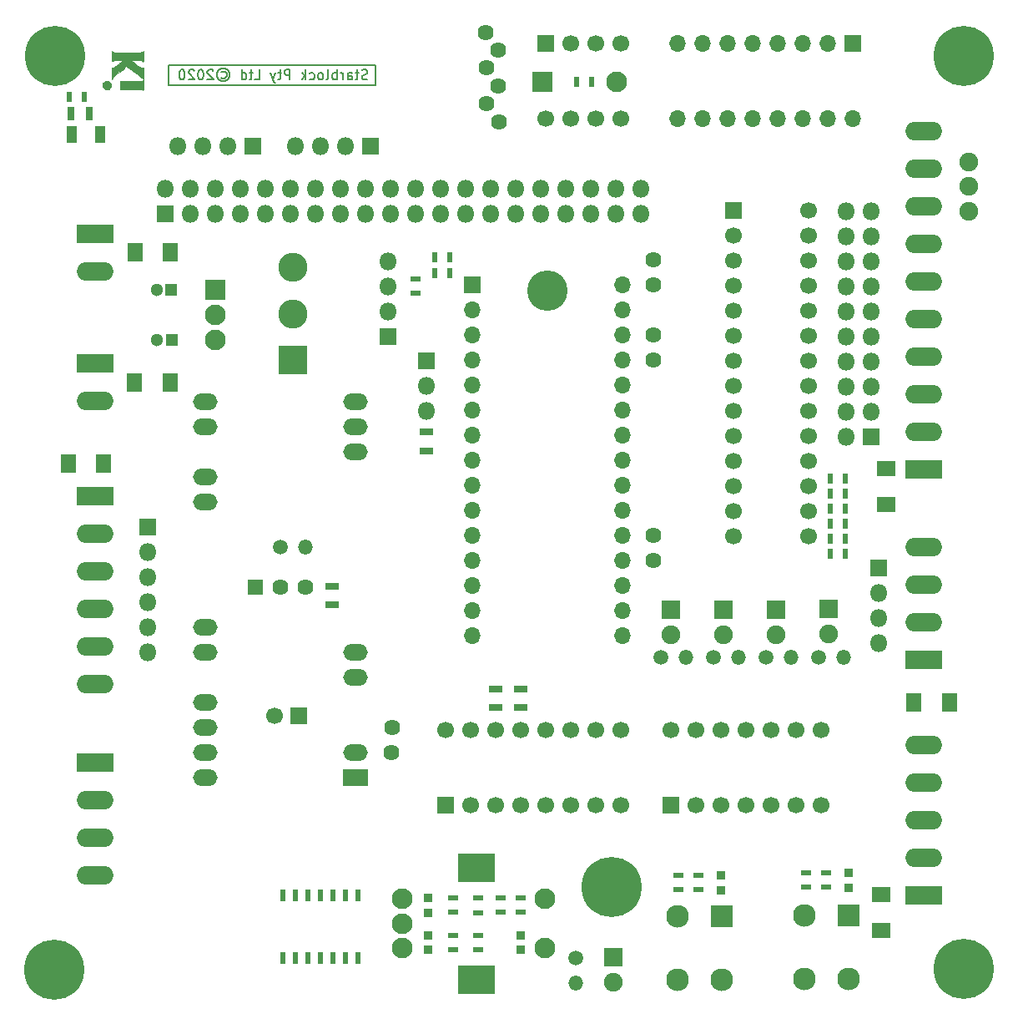
<source format=gbr>
%TF.GenerationSoftware,KiCad,Pcbnew,(5.1.6)-1*%
%TF.CreationDate,2020-11-08T21:19:26+11:00*%
%TF.ProjectId,mc13clk,6d633133-636c-46b2-9e6b-696361645f70,rev?*%
%TF.SameCoordinates,Original*%
%TF.FileFunction,Soldermask,Bot*%
%TF.FilePolarity,Negative*%
%FSLAX46Y46*%
G04 Gerber Fmt 4.6, Leading zero omitted, Abs format (unit mm)*
G04 Created by KiCad (PCBNEW (5.1.6)-1) date 2020-11-08 21:19:26*
%MOMM*%
%LPD*%
G01*
G04 APERTURE LIST*
%ADD10C,0.150000*%
%ADD11C,0.010000*%
%ADD12R,1.900000X1.600000*%
%ADD13R,1.800000X1.800000*%
%ADD14O,1.800000X1.800000*%
%ADD15C,1.624000*%
%ADD16R,1.400000X0.800000*%
%ADD17C,1.900000*%
%ADD18R,1.000000X1.800000*%
%ADD19R,0.600000X1.000000*%
%ADD20R,0.800000X1.400000*%
%ADD21R,1.000000X0.600000*%
%ADD22R,1.600000X1.900000*%
%ADD23C,1.700000*%
%ADD24R,1.700000X1.700000*%
%ADD25C,0.900000*%
%ADD26C,6.100000*%
%ADD27C,1.300000*%
%ADD28R,1.300000X1.300000*%
%ADD29C,2.950000*%
%ADD30R,2.950000X2.950000*%
%ADD31R,2.500000X1.700000*%
%ADD32O,2.500000X1.700000*%
%ADD33R,0.850000X0.900000*%
%ADD34R,0.608000X1.243000*%
%ADD35O,1.500000X1.500000*%
%ADD36C,1.500000*%
%ADD37C,4.100000*%
%ADD38O,1.700000X1.700000*%
%ADD39R,1.900000X1.900000*%
%ADD40R,3.700000X1.900000*%
%ADD41O,3.700000X1.900000*%
%ADD42C,1.620000*%
%ADD43R,1.620000X1.620000*%
%ADD44R,2.100000X2.100000*%
%ADD45C,2.100000*%
%ADD46C,2.300000*%
%ADD47R,2.300000X2.300000*%
%ADD48R,3.700000X2.900000*%
G04 APERTURE END LIST*
D10*
X135591619Y-45810761D02*
X135448761Y-45858380D01*
X135210666Y-45858380D01*
X135115428Y-45810761D01*
X135067809Y-45763142D01*
X135020190Y-45667904D01*
X135020190Y-45572666D01*
X135067809Y-45477428D01*
X135115428Y-45429809D01*
X135210666Y-45382190D01*
X135401142Y-45334571D01*
X135496380Y-45286952D01*
X135544000Y-45239333D01*
X135591619Y-45144095D01*
X135591619Y-45048857D01*
X135544000Y-44953619D01*
X135496380Y-44906000D01*
X135401142Y-44858380D01*
X135163047Y-44858380D01*
X135020190Y-44906000D01*
X134734476Y-45191714D02*
X134353523Y-45191714D01*
X134591619Y-44858380D02*
X134591619Y-45715523D01*
X134544000Y-45810761D01*
X134448761Y-45858380D01*
X134353523Y-45858380D01*
X133591619Y-45858380D02*
X133591619Y-45334571D01*
X133639238Y-45239333D01*
X133734476Y-45191714D01*
X133924952Y-45191714D01*
X134020190Y-45239333D01*
X133591619Y-45810761D02*
X133686857Y-45858380D01*
X133924952Y-45858380D01*
X134020190Y-45810761D01*
X134067809Y-45715523D01*
X134067809Y-45620285D01*
X134020190Y-45525047D01*
X133924952Y-45477428D01*
X133686857Y-45477428D01*
X133591619Y-45429809D01*
X133115428Y-45858380D02*
X133115428Y-45191714D01*
X133115428Y-45382190D02*
X133067809Y-45286952D01*
X133020190Y-45239333D01*
X132924952Y-45191714D01*
X132829714Y-45191714D01*
X132496380Y-45858380D02*
X132496380Y-44858380D01*
X132496380Y-45239333D02*
X132401142Y-45191714D01*
X132210666Y-45191714D01*
X132115428Y-45239333D01*
X132067809Y-45286952D01*
X132020190Y-45382190D01*
X132020190Y-45667904D01*
X132067809Y-45763142D01*
X132115428Y-45810761D01*
X132210666Y-45858380D01*
X132401142Y-45858380D01*
X132496380Y-45810761D01*
X131448761Y-45858380D02*
X131544000Y-45810761D01*
X131591619Y-45715523D01*
X131591619Y-44858380D01*
X130924952Y-45858380D02*
X131020190Y-45810761D01*
X131067809Y-45763142D01*
X131115428Y-45667904D01*
X131115428Y-45382190D01*
X131067809Y-45286952D01*
X131020190Y-45239333D01*
X130924952Y-45191714D01*
X130782095Y-45191714D01*
X130686857Y-45239333D01*
X130639238Y-45286952D01*
X130591619Y-45382190D01*
X130591619Y-45667904D01*
X130639238Y-45763142D01*
X130686857Y-45810761D01*
X130782095Y-45858380D01*
X130924952Y-45858380D01*
X129734476Y-45810761D02*
X129829714Y-45858380D01*
X130020190Y-45858380D01*
X130115428Y-45810761D01*
X130163047Y-45763142D01*
X130210666Y-45667904D01*
X130210666Y-45382190D01*
X130163047Y-45286952D01*
X130115428Y-45239333D01*
X130020190Y-45191714D01*
X129829714Y-45191714D01*
X129734476Y-45239333D01*
X129305904Y-45858380D02*
X129305904Y-44858380D01*
X129210666Y-45477428D02*
X128924952Y-45858380D01*
X128924952Y-45191714D02*
X129305904Y-45572666D01*
X127734476Y-45858380D02*
X127734476Y-44858380D01*
X127353523Y-44858380D01*
X127258285Y-44906000D01*
X127210666Y-44953619D01*
X127163047Y-45048857D01*
X127163047Y-45191714D01*
X127210666Y-45286952D01*
X127258285Y-45334571D01*
X127353523Y-45382190D01*
X127734476Y-45382190D01*
X126877333Y-45191714D02*
X126496380Y-45191714D01*
X126734476Y-44858380D02*
X126734476Y-45715523D01*
X126686857Y-45810761D01*
X126591619Y-45858380D01*
X126496380Y-45858380D01*
X126258285Y-45191714D02*
X126020190Y-45858380D01*
X125782095Y-45191714D02*
X126020190Y-45858380D01*
X126115428Y-46096476D01*
X126163047Y-46144095D01*
X126258285Y-46191714D01*
X124163047Y-45858380D02*
X124639238Y-45858380D01*
X124639238Y-44858380D01*
X123972571Y-45191714D02*
X123591619Y-45191714D01*
X123829714Y-44858380D02*
X123829714Y-45715523D01*
X123782095Y-45810761D01*
X123686857Y-45858380D01*
X123591619Y-45858380D01*
X122829714Y-45858380D02*
X122829714Y-44858380D01*
X122829714Y-45810761D02*
X122924952Y-45858380D01*
X123115428Y-45858380D01*
X123210666Y-45810761D01*
X123258285Y-45763142D01*
X123305904Y-45667904D01*
X123305904Y-45382190D01*
X123258285Y-45286952D01*
X123210666Y-45239333D01*
X123115428Y-45191714D01*
X122924952Y-45191714D01*
X122829714Y-45239333D01*
X120782095Y-45096476D02*
X120877333Y-45048857D01*
X121067809Y-45048857D01*
X121163047Y-45096476D01*
X121258285Y-45191714D01*
X121305904Y-45286952D01*
X121305904Y-45477428D01*
X121258285Y-45572666D01*
X121163047Y-45667904D01*
X121067809Y-45715523D01*
X120877333Y-45715523D01*
X120782095Y-45667904D01*
X120972571Y-44715523D02*
X121210666Y-44763142D01*
X121448761Y-44906000D01*
X121591619Y-45144095D01*
X121639238Y-45382190D01*
X121591619Y-45620285D01*
X121448761Y-45858380D01*
X121210666Y-46001238D01*
X120972571Y-46048857D01*
X120734476Y-46001238D01*
X120496380Y-45858380D01*
X120353523Y-45620285D01*
X120305904Y-45382190D01*
X120353523Y-45144095D01*
X120496380Y-44906000D01*
X120734476Y-44763142D01*
X120972571Y-44715523D01*
X119924952Y-44953619D02*
X119877333Y-44906000D01*
X119782095Y-44858380D01*
X119544000Y-44858380D01*
X119448761Y-44906000D01*
X119401142Y-44953619D01*
X119353523Y-45048857D01*
X119353523Y-45144095D01*
X119401142Y-45286952D01*
X119972571Y-45858380D01*
X119353523Y-45858380D01*
X118734476Y-44858380D02*
X118639238Y-44858380D01*
X118544000Y-44906000D01*
X118496380Y-44953619D01*
X118448761Y-45048857D01*
X118401142Y-45239333D01*
X118401142Y-45477428D01*
X118448761Y-45667904D01*
X118496380Y-45763142D01*
X118544000Y-45810761D01*
X118639238Y-45858380D01*
X118734476Y-45858380D01*
X118829714Y-45810761D01*
X118877333Y-45763142D01*
X118924952Y-45667904D01*
X118972571Y-45477428D01*
X118972571Y-45239333D01*
X118924952Y-45048857D01*
X118877333Y-44953619D01*
X118829714Y-44906000D01*
X118734476Y-44858380D01*
X118020190Y-44953619D02*
X117972571Y-44906000D01*
X117877333Y-44858380D01*
X117639238Y-44858380D01*
X117544000Y-44906000D01*
X117496380Y-44953619D01*
X117448761Y-45048857D01*
X117448761Y-45144095D01*
X117496380Y-45286952D01*
X118067809Y-45858380D01*
X117448761Y-45858380D01*
X116829714Y-44858380D02*
X116734476Y-44858380D01*
X116639238Y-44906000D01*
X116591619Y-44953619D01*
X116544000Y-45048857D01*
X116496380Y-45239333D01*
X116496380Y-45477428D01*
X116544000Y-45667904D01*
X116591619Y-45763142D01*
X116639238Y-45810761D01*
X116734476Y-45858380D01*
X116829714Y-45858380D01*
X116924952Y-45810761D01*
X116972571Y-45763142D01*
X117020190Y-45667904D01*
X117067809Y-45477428D01*
X117067809Y-45239333D01*
X117020190Y-45048857D01*
X116972571Y-44953619D01*
X116924952Y-44906000D01*
X116829714Y-44858380D01*
X115394000Y-44436000D02*
X136424000Y-44436000D01*
X136394000Y-46436000D02*
X115394000Y-46436000D01*
X136424000Y-44436000D02*
X136424000Y-46416000D01*
X115394000Y-46436000D02*
X115394000Y-44436000D01*
D11*
%TO.C,REF\u002A\u002A*%
G36*
X109626400Y-45254747D02*
G01*
X109626400Y-45800059D01*
X109827787Y-45601279D01*
X110190691Y-45271571D01*
X110464815Y-45057151D01*
X110568400Y-44978703D01*
X110688529Y-44884144D01*
X110812202Y-44784050D01*
X110926419Y-44688998D01*
X111018181Y-44609566D01*
X111045760Y-44584468D01*
X111133212Y-44503036D01*
X111224356Y-44572994D01*
X111413604Y-44708436D01*
X111553050Y-44795978D01*
X111635286Y-44850848D01*
X111714612Y-44912124D01*
X111720607Y-44917273D01*
X111803581Y-44986222D01*
X111906137Y-45066747D01*
X112016288Y-45149942D01*
X112122047Y-45226902D01*
X112211425Y-45288719D01*
X112268547Y-45324376D01*
X112321596Y-45359457D01*
X112400062Y-45417986D01*
X112491252Y-45489820D01*
X112582472Y-45564815D01*
X112661032Y-45632828D01*
X112700020Y-45669200D01*
X112726081Y-45693089D01*
X112773406Y-45735363D01*
X112782570Y-45743477D01*
X112852200Y-45805055D01*
X112852200Y-44678600D01*
X112773923Y-44678600D01*
X112697395Y-44661837D01*
X112592149Y-44614607D01*
X112466239Y-44541493D01*
X112327716Y-44447081D01*
X112213533Y-44359542D01*
X112121313Y-44288268D01*
X112030269Y-44222947D01*
X111957535Y-44175777D01*
X111946833Y-44169671D01*
X111880434Y-44129629D01*
X111832284Y-44094342D01*
X111823500Y-44085699D01*
X111784816Y-44051138D01*
X111728250Y-44010915D01*
X111680093Y-43973226D01*
X111658487Y-43942715D01*
X111658400Y-43941414D01*
X111683091Y-43932538D01*
X111754381Y-43925418D01*
X111868092Y-43920264D01*
X112020044Y-43917283D01*
X112154961Y-43916600D01*
X112334263Y-43917284D01*
X112470270Y-43919695D01*
X112570475Y-43924375D01*
X112642369Y-43931863D01*
X112693443Y-43942698D01*
X112731188Y-43957421D01*
X112732811Y-43958244D01*
X112792491Y-43993717D01*
X112830618Y-44025223D01*
X112832761Y-44028094D01*
X112838323Y-44012597D01*
X112843262Y-43953247D01*
X112847312Y-43856986D01*
X112850207Y-43730759D01*
X112851682Y-43581511D01*
X112851811Y-43529794D01*
X112852200Y-43003289D01*
X112782350Y-43032968D01*
X112723758Y-43061141D01*
X112688370Y-43083224D01*
X112659142Y-43087057D01*
X112583781Y-43090657D01*
X112466951Y-43093959D01*
X112313317Y-43096896D01*
X112127546Y-43099399D01*
X111914302Y-43101404D01*
X111678251Y-43102842D01*
X111424059Y-43103647D01*
X111252290Y-43103799D01*
X110948311Y-43103741D01*
X110690912Y-43103470D01*
X110475874Y-43102846D01*
X110298978Y-43101726D01*
X110156004Y-43099969D01*
X110042733Y-43097433D01*
X109954945Y-43093976D01*
X109888421Y-43089457D01*
X109838941Y-43083733D01*
X109802286Y-43076662D01*
X109774237Y-43068104D01*
X109750574Y-43057916D01*
X109740699Y-43052999D01*
X109678869Y-43022244D01*
X109639660Y-43004190D01*
X109633729Y-43002199D01*
X109631507Y-43026335D01*
X109629556Y-43093688D01*
X109627984Y-43196672D01*
X109626901Y-43327706D01*
X109626415Y-43479205D01*
X109626400Y-43512917D01*
X109626664Y-43686060D01*
X109627831Y-43814629D01*
X109630464Y-43904846D01*
X109635123Y-43962937D01*
X109642372Y-43995124D01*
X109652772Y-44007632D01*
X109666885Y-44006686D01*
X109670850Y-44005164D01*
X109759673Y-43971805D01*
X109848181Y-43947739D01*
X109947141Y-43931580D01*
X110067321Y-43921942D01*
X110219488Y-43917440D01*
X110359088Y-43916600D01*
X110778904Y-43916599D01*
X110705900Y-43992799D01*
X110655557Y-44040413D01*
X110618278Y-44066994D01*
X110611483Y-44069000D01*
X110585550Y-44084137D01*
X110532128Y-44123628D01*
X110462145Y-44178588D01*
X110386529Y-44240132D01*
X110316209Y-44299377D01*
X110262114Y-44347439D01*
X110236000Y-44374239D01*
X110208734Y-44396561D01*
X110152630Y-44434936D01*
X110109000Y-44462802D01*
X110021298Y-44521005D01*
X109934698Y-44583951D01*
X109906362Y-44606299D01*
X109839736Y-44651013D01*
X109778643Y-44676408D01*
X109762390Y-44678600D01*
X109718677Y-44679122D01*
X109685502Y-44684791D01*
X109661412Y-44701762D01*
X109644955Y-44736189D01*
X109634677Y-44794226D01*
X109629127Y-44882028D01*
X109626851Y-45005750D01*
X109626396Y-45171545D01*
X109626400Y-45254747D01*
G37*
X109626400Y-45254747D02*
X109626400Y-45800059D01*
X109827787Y-45601279D01*
X110190691Y-45271571D01*
X110464815Y-45057151D01*
X110568400Y-44978703D01*
X110688529Y-44884144D01*
X110812202Y-44784050D01*
X110926419Y-44688998D01*
X111018181Y-44609566D01*
X111045760Y-44584468D01*
X111133212Y-44503036D01*
X111224356Y-44572994D01*
X111413604Y-44708436D01*
X111553050Y-44795978D01*
X111635286Y-44850848D01*
X111714612Y-44912124D01*
X111720607Y-44917273D01*
X111803581Y-44986222D01*
X111906137Y-45066747D01*
X112016288Y-45149942D01*
X112122047Y-45226902D01*
X112211425Y-45288719D01*
X112268547Y-45324376D01*
X112321596Y-45359457D01*
X112400062Y-45417986D01*
X112491252Y-45489820D01*
X112582472Y-45564815D01*
X112661032Y-45632828D01*
X112700020Y-45669200D01*
X112726081Y-45693089D01*
X112773406Y-45735363D01*
X112782570Y-45743477D01*
X112852200Y-45805055D01*
X112852200Y-44678600D01*
X112773923Y-44678600D01*
X112697395Y-44661837D01*
X112592149Y-44614607D01*
X112466239Y-44541493D01*
X112327716Y-44447081D01*
X112213533Y-44359542D01*
X112121313Y-44288268D01*
X112030269Y-44222947D01*
X111957535Y-44175777D01*
X111946833Y-44169671D01*
X111880434Y-44129629D01*
X111832284Y-44094342D01*
X111823500Y-44085699D01*
X111784816Y-44051138D01*
X111728250Y-44010915D01*
X111680093Y-43973226D01*
X111658487Y-43942715D01*
X111658400Y-43941414D01*
X111683091Y-43932538D01*
X111754381Y-43925418D01*
X111868092Y-43920264D01*
X112020044Y-43917283D01*
X112154961Y-43916600D01*
X112334263Y-43917284D01*
X112470270Y-43919695D01*
X112570475Y-43924375D01*
X112642369Y-43931863D01*
X112693443Y-43942698D01*
X112731188Y-43957421D01*
X112732811Y-43958244D01*
X112792491Y-43993717D01*
X112830618Y-44025223D01*
X112832761Y-44028094D01*
X112838323Y-44012597D01*
X112843262Y-43953247D01*
X112847312Y-43856986D01*
X112850207Y-43730759D01*
X112851682Y-43581511D01*
X112851811Y-43529794D01*
X112852200Y-43003289D01*
X112782350Y-43032968D01*
X112723758Y-43061141D01*
X112688370Y-43083224D01*
X112659142Y-43087057D01*
X112583781Y-43090657D01*
X112466951Y-43093959D01*
X112313317Y-43096896D01*
X112127546Y-43099399D01*
X111914302Y-43101404D01*
X111678251Y-43102842D01*
X111424059Y-43103647D01*
X111252290Y-43103799D01*
X110948311Y-43103741D01*
X110690912Y-43103470D01*
X110475874Y-43102846D01*
X110298978Y-43101726D01*
X110156004Y-43099969D01*
X110042733Y-43097433D01*
X109954945Y-43093976D01*
X109888421Y-43089457D01*
X109838941Y-43083733D01*
X109802286Y-43076662D01*
X109774237Y-43068104D01*
X109750574Y-43057916D01*
X109740699Y-43052999D01*
X109678869Y-43022244D01*
X109639660Y-43004190D01*
X109633729Y-43002199D01*
X109631507Y-43026335D01*
X109629556Y-43093688D01*
X109627984Y-43196672D01*
X109626901Y-43327706D01*
X109626415Y-43479205D01*
X109626400Y-43512917D01*
X109626664Y-43686060D01*
X109627831Y-43814629D01*
X109630464Y-43904846D01*
X109635123Y-43962937D01*
X109642372Y-43995124D01*
X109652772Y-44007632D01*
X109666885Y-44006686D01*
X109670850Y-44005164D01*
X109759673Y-43971805D01*
X109848181Y-43947739D01*
X109947141Y-43931580D01*
X110067321Y-43921942D01*
X110219488Y-43917440D01*
X110359088Y-43916600D01*
X110778904Y-43916599D01*
X110705900Y-43992799D01*
X110655557Y-44040413D01*
X110618278Y-44066994D01*
X110611483Y-44069000D01*
X110585550Y-44084137D01*
X110532128Y-44123628D01*
X110462145Y-44178588D01*
X110386529Y-44240132D01*
X110316209Y-44299377D01*
X110262114Y-44347439D01*
X110236000Y-44374239D01*
X110208734Y-44396561D01*
X110152630Y-44434936D01*
X110109000Y-44462802D01*
X110021298Y-44521005D01*
X109934698Y-44583951D01*
X109906362Y-44606299D01*
X109839736Y-44651013D01*
X109778643Y-44676408D01*
X109762390Y-44678600D01*
X109718677Y-44679122D01*
X109685502Y-44684791D01*
X109661412Y-44701762D01*
X109644955Y-44736189D01*
X109634677Y-44794226D01*
X109629127Y-44882028D01*
X109626851Y-45005750D01*
X109626396Y-45171545D01*
X109626400Y-45254747D01*
G36*
X111590045Y-46837600D02*
G01*
X111861528Y-46837821D01*
X112086618Y-46838583D01*
X112269721Y-46840026D01*
X112415240Y-46842294D01*
X112527583Y-46845531D01*
X112611155Y-46849878D01*
X112670359Y-46855480D01*
X112709603Y-46862478D01*
X112733292Y-46871016D01*
X112739395Y-46874892D01*
X112776943Y-46901178D01*
X112805085Y-46911891D01*
X112825174Y-46901710D01*
X112838563Y-46865312D01*
X112846605Y-46797376D01*
X112850653Y-46692578D01*
X112852060Y-46545598D01*
X112852200Y-46431200D01*
X112851515Y-46280918D01*
X112849608Y-46149727D01*
X112846702Y-46045427D01*
X112843017Y-45975819D01*
X112838776Y-45948705D01*
X112838488Y-45948600D01*
X112809454Y-45959155D01*
X112752509Y-45985726D01*
X112725200Y-45999400D01*
X112697760Y-46012266D01*
X112667394Y-46022759D01*
X112628920Y-46031120D01*
X112577155Y-46037591D01*
X112506918Y-46042411D01*
X112413027Y-46045822D01*
X112290301Y-46048065D01*
X112133559Y-46049381D01*
X111937617Y-46050010D01*
X111697296Y-46050195D01*
X111632750Y-46050200D01*
X111375269Y-46049947D01*
X111163749Y-46049071D01*
X110993351Y-46047396D01*
X110859238Y-46044748D01*
X110756571Y-46040950D01*
X110680513Y-46035827D01*
X110626226Y-46029203D01*
X110588872Y-46020903D01*
X110564938Y-46011447D01*
X110490000Y-45972695D01*
X110490000Y-46837600D01*
X111590045Y-46837600D01*
G37*
X111590045Y-46837600D02*
X111861528Y-46837821D01*
X112086618Y-46838583D01*
X112269721Y-46840026D01*
X112415240Y-46842294D01*
X112527583Y-46845531D01*
X112611155Y-46849878D01*
X112670359Y-46855480D01*
X112709603Y-46862478D01*
X112733292Y-46871016D01*
X112739395Y-46874892D01*
X112776943Y-46901178D01*
X112805085Y-46911891D01*
X112825174Y-46901710D01*
X112838563Y-46865312D01*
X112846605Y-46797376D01*
X112850653Y-46692578D01*
X112852060Y-46545598D01*
X112852200Y-46431200D01*
X112851515Y-46280918D01*
X112849608Y-46149727D01*
X112846702Y-46045427D01*
X112843017Y-45975819D01*
X112838776Y-45948705D01*
X112838488Y-45948600D01*
X112809454Y-45959155D01*
X112752509Y-45985726D01*
X112725200Y-45999400D01*
X112697760Y-46012266D01*
X112667394Y-46022759D01*
X112628920Y-46031120D01*
X112577155Y-46037591D01*
X112506918Y-46042411D01*
X112413027Y-46045822D01*
X112290301Y-46048065D01*
X112133559Y-46049381D01*
X111937617Y-46050010D01*
X111697296Y-46050195D01*
X111632750Y-46050200D01*
X111375269Y-46049947D01*
X111163749Y-46049071D01*
X110993351Y-46047396D01*
X110859238Y-46044748D01*
X110756571Y-46040950D01*
X110680513Y-46035827D01*
X110626226Y-46029203D01*
X110588872Y-46020903D01*
X110564938Y-46011447D01*
X110490000Y-45972695D01*
X110490000Y-46837600D01*
X111590045Y-46837600D01*
G36*
X108723960Y-46596941D02*
G01*
X108790395Y-46714545D01*
X108893045Y-46808023D01*
X108979124Y-46851812D01*
X109117614Y-46882422D01*
X109255591Y-46873321D01*
X109377084Y-46825973D01*
X109395850Y-46813588D01*
X109483408Y-46723149D01*
X109543553Y-46604271D01*
X109573418Y-46471333D01*
X109570134Y-46338713D01*
X109530832Y-46220790D01*
X109518244Y-46200006D01*
X109439394Y-46117737D01*
X109330770Y-46049914D01*
X109213295Y-46007747D01*
X109143799Y-45999400D01*
X109034575Y-46018674D01*
X108920110Y-46069190D01*
X108821158Y-46139982D01*
X108772295Y-46195642D01*
X108711876Y-46327861D01*
X108696776Y-46464837D01*
X108723960Y-46596941D01*
G37*
X108723960Y-46596941D02*
X108790395Y-46714545D01*
X108893045Y-46808023D01*
X108979124Y-46851812D01*
X109117614Y-46882422D01*
X109255591Y-46873321D01*
X109377084Y-46825973D01*
X109395850Y-46813588D01*
X109483408Y-46723149D01*
X109543553Y-46604271D01*
X109573418Y-46471333D01*
X109570134Y-46338713D01*
X109530832Y-46220790D01*
X109518244Y-46200006D01*
X109439394Y-46117737D01*
X109330770Y-46049914D01*
X109213295Y-46007747D01*
X109143799Y-45999400D01*
X109034575Y-46018674D01*
X108920110Y-46069190D01*
X108821158Y-46139982D01*
X108772295Y-46195642D01*
X108711876Y-46327861D01*
X108696776Y-46464837D01*
X108723960Y-46596941D01*
%TD*%
D12*
%TO.C,D1*%
X188214000Y-88900000D03*
X188214000Y-85300000D03*
%TD*%
D13*
%TO.C,REF\u002A\u002A*%
X186690000Y-82042000D03*
D14*
X184150000Y-82042000D03*
X186690000Y-79502000D03*
X184150000Y-79502000D03*
X186690000Y-76962000D03*
X184150000Y-76962000D03*
X186690000Y-74422000D03*
X184150000Y-74422000D03*
X186690000Y-71882000D03*
X184150000Y-71882000D03*
X186690000Y-69342000D03*
X184150000Y-69342000D03*
X186690000Y-66802000D03*
X184150000Y-66802000D03*
X186690000Y-64262000D03*
X184150000Y-64262000D03*
X186690000Y-61722000D03*
X184150000Y-61722000D03*
X186690000Y-59182000D03*
X184150000Y-59182000D03*
%TD*%
D15*
%TO.C,Pin 6*%
X148844000Y-46482000D03*
%TD*%
D16*
%TO.C,0805*%
X132016500Y-99123500D03*
X132016500Y-97223500D03*
%TD*%
D17*
%TO.C,REF\u002A\u002A*%
X196596000Y-54205500D03*
X196596000Y-56705500D03*
X196596000Y-59205500D03*
%TD*%
D16*
%TO.C,R2*%
X151130000Y-109535000D03*
X151130000Y-107635000D03*
%TD*%
%TO.C,R2*%
X148590000Y-109547000D03*
X148590000Y-107647000D03*
%TD*%
%TO.C,R2*%
X141605000Y-81588000D03*
X141605000Y-83488000D03*
%TD*%
D15*
%TO.C,Pin 8*%
X148907500Y-50165000D03*
%TD*%
%TO.C,Pin 7*%
X147701000Y-48323500D03*
%TD*%
%TO.C,Pin 1*%
X147574000Y-41084500D03*
%TD*%
D18*
%TO.C,1206*%
X105558000Y-51435000D03*
X108458000Y-51435000D03*
%TD*%
D19*
%TO.C,0603*%
X106870500Y-47625000D03*
X105370500Y-47625000D03*
%TD*%
D20*
%TO.C,0805*%
X105476000Y-49339500D03*
X107376000Y-49339500D03*
%TD*%
D21*
%TO.C,REF\u002A\u002A*%
X140462000Y-67552000D03*
X140462000Y-66052000D03*
%TD*%
D19*
%TO.C,REF\u002A\u002A*%
X142442500Y-63881000D03*
X143942500Y-63881000D03*
%TD*%
D13*
%TO.C,uC RST CTL*%
X141605000Y-74358500D03*
D14*
X141605000Y-76898500D03*
X141605000Y-79438500D03*
%TD*%
D19*
%TO.C,vcc access*%
X182574500Y-93916500D03*
X184074500Y-93916500D03*
%TD*%
%TO.C,vcc access*%
X184074500Y-90868500D03*
X182574500Y-90868500D03*
%TD*%
%TO.C,vcc access*%
X182574500Y-87820500D03*
X184074500Y-87820500D03*
%TD*%
%TO.C,REF\u002A\u002A*%
X182574500Y-92392500D03*
X184074500Y-92392500D03*
%TD*%
%TO.C,REF\u002A\u002A*%
X184074500Y-89344500D03*
X182574500Y-89344500D03*
%TD*%
%TO.C,REF\u002A\u002A*%
X182574500Y-86296500D03*
X184074500Y-86296500D03*
%TD*%
D22*
%TO.C,D1*%
X105239000Y-84772500D03*
X108839000Y-84772500D03*
%TD*%
%TO.C,D1*%
X194649500Y-109029500D03*
X191049500Y-109029500D03*
%TD*%
D15*
%TO.C,Pin 3 *%
X147637500Y-44640500D03*
%TD*%
%TO.C,Pin 2*%
X148844000Y-42862500D03*
%TD*%
D23*
%TO.C,ATTINY85*%
X153670000Y-49784000D03*
X156210000Y-49784000D03*
X158750000Y-49784000D03*
X161290000Y-49784000D03*
X161290000Y-42164000D03*
X158750000Y-42164000D03*
X156210000Y-42164000D03*
D24*
X153670000Y-42164000D03*
%TD*%
D14*
%TO.C,REF\u002A\u002A*%
X187452000Y-102997000D03*
X187452000Y-100457000D03*
X187452000Y-97917000D03*
D13*
X187452000Y-95377000D03*
%TD*%
%TO.C,REF\u002A\u002A*%
X123952000Y-52578000D03*
D14*
X121412000Y-52578000D03*
X118872000Y-52578000D03*
X116332000Y-52578000D03*
%TD*%
D25*
%TO.C,REF\u002A\u002A*%
X161941190Y-126145610D03*
X160350200Y-125486600D03*
X158759210Y-126145610D03*
X158100200Y-127736600D03*
X158759210Y-129327590D03*
X160350200Y-129986600D03*
X161941190Y-129327590D03*
X162600200Y-127736600D03*
D26*
X160350200Y-127736600D03*
%TD*%
D15*
%TO.C,5V Tie*%
X164592000Y-74295000D03*
X164612000Y-71755000D03*
%TD*%
D19*
%TO.C,REF\u002A\u002A*%
X143942500Y-65468500D03*
X142442500Y-65468500D03*
%TD*%
%TO.C,REF\u002A\u002A*%
X156857000Y-46101000D03*
X158357000Y-46101000D03*
%TD*%
D15*
%TO.C,Vout Tie*%
X138049000Y-114046000D03*
X138069000Y-111506000D03*
%TD*%
%TO.C,Vin Tie*%
X164617400Y-64135000D03*
X164597400Y-66675000D03*
%TD*%
D27*
%TO.C,C1*%
X114197000Y-67183000D03*
D28*
X115697000Y-67183000D03*
%TD*%
D15*
%TO.C,3V3 Tie*%
X164572000Y-94615000D03*
X164592000Y-92075000D03*
%TD*%
D14*
%TO.C,RPI2-40*%
X163322000Y-56896000D03*
X163322000Y-59436000D03*
X160782000Y-56896000D03*
X160782000Y-59436000D03*
X158242000Y-56896000D03*
X158242000Y-59436000D03*
X155702000Y-56896000D03*
X155702000Y-59436000D03*
X153162000Y-56896000D03*
X153162000Y-59436000D03*
X150622000Y-56896000D03*
X150622000Y-59436000D03*
X148082000Y-56896000D03*
X148082000Y-59436000D03*
X145542000Y-56896000D03*
X145542000Y-59436000D03*
X143002000Y-56896000D03*
X143002000Y-59436000D03*
X140462000Y-56896000D03*
X140462000Y-59436000D03*
X137922000Y-56896000D03*
X137922000Y-59436000D03*
X135382000Y-56896000D03*
X135382000Y-59436000D03*
X132842000Y-56896000D03*
X132842000Y-59436000D03*
X130302000Y-56896000D03*
X130302000Y-59436000D03*
X127762000Y-56896000D03*
X127762000Y-59436000D03*
X125222000Y-56896000D03*
X125222000Y-59436000D03*
X122682000Y-56896000D03*
X122682000Y-59436000D03*
X120142000Y-56896000D03*
X120142000Y-59436000D03*
X117602000Y-56896000D03*
X117602000Y-59436000D03*
X115062000Y-56896000D03*
D13*
X115062000Y-59436000D03*
%TD*%
D14*
%TO.C,REF\u002A\u002A*%
X128270000Y-52578000D03*
X130810000Y-52578000D03*
X133350000Y-52578000D03*
D13*
X135890000Y-52578000D03*
%TD*%
D29*
%TO.C,OFF*%
X128016000Y-64895000D03*
X128016000Y-69595000D03*
D30*
X128016000Y-74295000D03*
%TD*%
D28*
%TO.C,C2*%
X115722400Y-72263000D03*
D27*
X114222400Y-72263000D03*
%TD*%
D23*
%TO.C,U3*%
X180340000Y-59120000D03*
X180340000Y-61660000D03*
X180340000Y-64200000D03*
X180340000Y-66740000D03*
X180340000Y-69280000D03*
X180340000Y-71820000D03*
X180340000Y-74360000D03*
X180340000Y-76900000D03*
X180340000Y-79440000D03*
X180340000Y-81980000D03*
X180340000Y-84520000D03*
X180340000Y-87060000D03*
X180340000Y-89600000D03*
X180340000Y-92140000D03*
X172720000Y-92140000D03*
X172720000Y-89600000D03*
X172720000Y-87060000D03*
X172720000Y-84520000D03*
X172720000Y-81980000D03*
X172720000Y-79440000D03*
X172720000Y-76900000D03*
X172720000Y-74360000D03*
X172720000Y-71820000D03*
X172720000Y-69280000D03*
X172720000Y-66740000D03*
X172720000Y-64200000D03*
X172720000Y-61660000D03*
D24*
X172720000Y-59120000D03*
%TD*%
D13*
%TO.C,REF\u002A\u002A*%
X137668000Y-71882000D03*
D14*
X137668000Y-69342000D03*
X137668000Y-66802000D03*
X137668000Y-64262000D03*
%TD*%
D31*
%TO.C,d*%
X134366000Y-116586000D03*
D32*
X119126000Y-78486000D03*
X134366000Y-114046000D03*
X119126000Y-81026000D03*
X119126000Y-86106000D03*
X134366000Y-106426000D03*
X119126000Y-88646000D03*
X134366000Y-103886000D03*
X119126000Y-101346000D03*
X119126000Y-103886000D03*
X119126000Y-108966000D03*
X134366000Y-83566000D03*
X119126000Y-111506000D03*
X134366000Y-81026000D03*
X119126000Y-114046000D03*
X134366000Y-78486000D03*
X119126000Y-116586000D03*
%TD*%
D33*
%TO.C,REF\u002A\u002A*%
X184404000Y-127762000D03*
X184404000Y-126262000D03*
%TD*%
D21*
%TO.C,REF\u002A\u002A*%
X180086000Y-126238000D03*
X180086000Y-127738000D03*
%TD*%
%TO.C,REF\u002A\u002A*%
X182118000Y-127750000D03*
X182118000Y-126250000D03*
%TD*%
%TO.C,REF\u002A\u002A*%
X169164000Y-126504000D03*
X169164000Y-128004000D03*
%TD*%
D33*
%TO.C,REF\u002A\u002A*%
X171450000Y-126516000D03*
X171450000Y-128016000D03*
%TD*%
D21*
%TO.C,REF\u002A\u002A*%
X167132000Y-127992000D03*
X167132000Y-126492000D03*
%TD*%
D34*
%TO.C,U4*%
X134620000Y-134874000D03*
X133350000Y-134874000D03*
X132080000Y-134874000D03*
X130810000Y-134874000D03*
X129540000Y-134874000D03*
X128270000Y-134874000D03*
X127000000Y-134874000D03*
X127000000Y-128524000D03*
X128270000Y-128524000D03*
X130810000Y-128524000D03*
X132080000Y-128524000D03*
X133350000Y-128524000D03*
X134620000Y-128524000D03*
X129540000Y-128524000D03*
%TD*%
D21*
%TO.C,REF\u002A\u002A*%
X151130000Y-128778000D03*
X151130000Y-130278000D03*
%TD*%
%TO.C,REF\u002A\u002A*%
X149098000Y-130290000D03*
X149098000Y-128790000D03*
%TD*%
D33*
%TO.C,REF\u002A\u002A*%
X151130000Y-134088000D03*
X151130000Y-132588000D03*
%TD*%
%TO.C,REF\u002A\u002A*%
X141732000Y-130302000D03*
X141732000Y-128802000D03*
%TD*%
%TO.C,REF\u002A\u002A*%
X141732000Y-134088000D03*
X141732000Y-132588000D03*
%TD*%
D21*
%TO.C,REF\u002A\u002A*%
X144272000Y-132600000D03*
X144272000Y-134100000D03*
%TD*%
%TO.C,REF\u002A\u002A*%
X144272000Y-128790000D03*
X144272000Y-130290000D03*
%TD*%
%TO.C,REF\u002A\u002A*%
X146812000Y-130302000D03*
X146812000Y-128802000D03*
%TD*%
%TO.C,REF\u002A\u002A*%
X146812000Y-134100000D03*
X146812000Y-132600000D03*
%TD*%
D24*
%TO.C,C1*%
X128651000Y-110363000D03*
D23*
X126151000Y-110363000D03*
%TD*%
D35*
%TO.C,REF\u002A\u002A*%
X183896000Y-104394000D03*
D36*
X181356000Y-104394000D03*
%TD*%
%TO.C,REF\u002A\u002A*%
X176022000Y-104394000D03*
D35*
X178562000Y-104394000D03*
%TD*%
%TO.C,REF\u002A\u002A*%
X173228000Y-104394000D03*
D36*
X170688000Y-104394000D03*
%TD*%
%TO.C,REF\u002A\u002A*%
X165354000Y-104394000D03*
D35*
X167894000Y-104394000D03*
%TD*%
D13*
%TO.C,REF\u002A\u002A*%
X113284000Y-91186000D03*
D14*
X113284000Y-93726000D03*
X113284000Y-96266000D03*
X113284000Y-98806000D03*
X113284000Y-101346000D03*
X113284000Y-103886000D03*
%TD*%
D35*
%TO.C,REF\u002A\u002A*%
X156768800Y-137439400D03*
D36*
X156768800Y-134899400D03*
%TD*%
D12*
%TO.C,FUSE*%
X187706000Y-128480000D03*
X187706000Y-132080000D03*
%TD*%
D22*
%TO.C,D2*%
X112014000Y-63373000D03*
X115614000Y-63373000D03*
%TD*%
%TO.C,D1*%
X115570000Y-76581000D03*
X111970000Y-76581000D03*
%TD*%
D37*
%TO.C,REF\u002A\u002A*%
X153873200Y-67284600D03*
%TD*%
D24*
%TO.C,REF\u002A\u002A*%
X146215100Y-66700400D03*
D38*
X161455100Y-99720400D03*
X146215100Y-69240400D03*
X161455100Y-97180400D03*
X146215100Y-71780400D03*
X161455100Y-94640400D03*
X146215100Y-74320400D03*
X161455100Y-92100400D03*
X146215100Y-76860400D03*
X161455100Y-89560400D03*
X146215100Y-79400400D03*
X161455100Y-87020400D03*
X146215100Y-81940400D03*
X161455100Y-84480400D03*
X146215100Y-84480400D03*
X161455100Y-81940400D03*
X146215100Y-87020400D03*
X161455100Y-79400400D03*
X146215100Y-89560400D03*
X161455100Y-76860400D03*
X146215100Y-92100400D03*
X161455100Y-74320400D03*
X146215100Y-94640400D03*
X161455100Y-71780400D03*
X146215100Y-97180400D03*
X161455100Y-69240400D03*
X146215100Y-99720400D03*
X161455100Y-66700400D03*
X146215100Y-102260400D03*
X161455100Y-102260400D03*
%TD*%
D17*
%TO.C,REF\u002A\u002A*%
X171704000Y-102108000D03*
D39*
X171704000Y-99568000D03*
%TD*%
D40*
%TO.C,CON2*%
X107950000Y-88060000D03*
D41*
X107950000Y-91870000D03*
X107950000Y-95680000D03*
X107950000Y-99490000D03*
X107950000Y-103300000D03*
X107950000Y-107110000D03*
%TD*%
D42*
%TO.C,REF\u002A\u002A*%
X126746000Y-97282000D03*
X129286000Y-97282000D03*
D43*
X124206000Y-97282000D03*
%TD*%
D35*
%TO.C,R2*%
X129286000Y-93218000D03*
D36*
X126746000Y-93218000D03*
%TD*%
D44*
%TO.C,5v REG*%
X120142000Y-67183000D03*
D45*
X120142000Y-69723000D03*
X120142000Y-72263000D03*
%TD*%
D17*
%TO.C,REF\u002A\u002A*%
X160578800Y-137388600D03*
D39*
X160578800Y-134848600D03*
%TD*%
%TO.C,REF\u002A\u002A*%
X166370000Y-99568000D03*
D17*
X166370000Y-102108000D03*
%TD*%
%TO.C,REF\u002A\u002A*%
X177038000Y-102106000D03*
D39*
X177038000Y-99566000D03*
%TD*%
%TO.C,REF\u002A\u002A*%
X182372000Y-99486000D03*
D17*
X182372000Y-102026000D03*
%TD*%
D41*
%TO.C,CON6*%
X192024000Y-93218000D03*
X192024000Y-97028000D03*
X192024000Y-100838000D03*
D40*
X192024000Y-104648000D03*
%TD*%
D41*
%TO.C,CON3*%
X107950000Y-78430000D03*
D40*
X107950000Y-74620000D03*
%TD*%
%TO.C,CON5*%
X192024000Y-128570000D03*
D41*
X192024000Y-124760000D03*
X192024000Y-120950000D03*
X192024000Y-117140000D03*
X192024000Y-113330000D03*
%TD*%
D40*
%TO.C,CON7*%
X192024000Y-85340000D03*
D41*
X192024000Y-81530000D03*
X192024000Y-77720000D03*
X192024000Y-73910000D03*
X192024000Y-70100000D03*
X192024000Y-66290000D03*
X192024000Y-62480000D03*
X192024000Y-58670000D03*
X192024000Y-54860000D03*
X192024000Y-51050000D03*
%TD*%
D40*
%TO.C,CON1*%
X107950000Y-115062000D03*
D41*
X107950000Y-118872000D03*
X107950000Y-122682000D03*
X107950000Y-126492000D03*
%TD*%
D40*
%TO.C,CON4*%
X107950000Y-61510000D03*
D41*
X107950000Y-65320000D03*
%TD*%
D25*
%TO.C,REF\u002A\u002A*%
X105416980Y-134486020D03*
X103825990Y-133827010D03*
X102235000Y-134486020D03*
X101575990Y-136077010D03*
X102235000Y-137668000D03*
X103825990Y-138327010D03*
X105416980Y-137668000D03*
X106075990Y-136077010D03*
D26*
X103825990Y-136077010D03*
%TD*%
%TO.C,REF\u002A\u002A*%
X196088000Y-136017000D03*
D25*
X198338000Y-136017000D03*
X197678990Y-137607990D03*
X196088000Y-138267000D03*
X194497010Y-137607990D03*
X193838000Y-136017000D03*
X194497010Y-134426010D03*
X196088000Y-133767000D03*
X197678990Y-134426010D03*
%TD*%
%TO.C,REF\u002A\u002A*%
X197678990Y-41843010D03*
X196088000Y-41184000D03*
X194497010Y-41843010D03*
X193838000Y-43434000D03*
X194497010Y-45024990D03*
X196088000Y-45684000D03*
X197678990Y-45024990D03*
X198338000Y-43434000D03*
D26*
X196088000Y-43434000D03*
%TD*%
%TO.C,REF\u002A\u002A*%
X103886000Y-43434000D03*
D25*
X106136000Y-43434000D03*
X105476990Y-45024990D03*
X103886000Y-45684000D03*
X102295010Y-45024990D03*
X101636000Y-43434000D03*
X102295010Y-41843010D03*
X103886000Y-41184000D03*
X105476990Y-41843010D03*
%TD*%
D24*
%TO.C,REF\u002A\u002A*%
X184860000Y-42240000D03*
D38*
X167080000Y-49860000D03*
X182320000Y-42240000D03*
X169620000Y-49860000D03*
X179780000Y-42240000D03*
X172160000Y-49860000D03*
X177240000Y-42240000D03*
X174700000Y-49860000D03*
X174700000Y-42240000D03*
X177240000Y-49860000D03*
X172160000Y-42240000D03*
X179780000Y-49860000D03*
X169620000Y-42240000D03*
X182320000Y-49860000D03*
X167080000Y-42240000D03*
X184860000Y-49860000D03*
%TD*%
D44*
%TO.C,BUZZ1*%
X153309000Y-46101000D03*
D45*
X160909000Y-46101000D03*
%TD*%
D46*
%TO.C,REF\u002A\u002A*%
X179904000Y-130556000D03*
X179904000Y-137056000D03*
X184404000Y-137056000D03*
D47*
X184404000Y-130556000D03*
%TD*%
D46*
%TO.C,REF\u002A\u002A*%
X167050000Y-130650000D03*
X167050000Y-137150000D03*
X171550000Y-137150000D03*
D47*
X171550000Y-130650000D03*
%TD*%
D45*
%TO.C,REF\u002A\u002A*%
X139140000Y-133930000D03*
X139140000Y-131430000D03*
X139140000Y-128930000D03*
X153640000Y-133930000D03*
X153640000Y-128930000D03*
D48*
X146640000Y-137130000D03*
X146640000Y-125730000D03*
%TD*%
D23*
%TO.C,U2*%
X161290000Y-111760000D03*
X161290000Y-119380000D03*
X143510000Y-111760000D03*
X146050000Y-111760000D03*
X148590000Y-111760000D03*
X151130000Y-111760000D03*
X153670000Y-111760000D03*
X156210000Y-111760000D03*
X158750000Y-111760000D03*
X158750000Y-119380000D03*
X156210000Y-119380000D03*
X153670000Y-119380000D03*
X151130000Y-119380000D03*
X148590000Y-119380000D03*
X146050000Y-119380000D03*
D24*
X143510000Y-119380000D03*
%TD*%
D23*
%TO.C,U1*%
X166370000Y-111760000D03*
X168910000Y-111760000D03*
X171450000Y-111760000D03*
X173990000Y-111760000D03*
X176530000Y-111760000D03*
X179070000Y-111760000D03*
X181610000Y-111760000D03*
X181610000Y-119380000D03*
X179070000Y-119380000D03*
X176530000Y-119380000D03*
X173990000Y-119380000D03*
X171450000Y-119380000D03*
X168910000Y-119380000D03*
D24*
X166370000Y-119380000D03*
%TD*%
M02*

</source>
